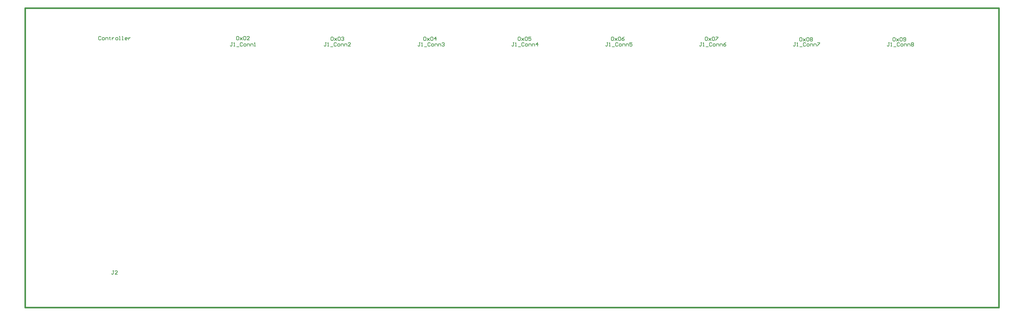
<source format=gto>
%FSTAX23Y23*%
%MOIN*%
%SFA1B1*%

%IPPOS*%
%ADD12C,0.009843*%
%ADD13C,0.027559*%
%LNbackplane-1*%
%LPD*%
G54D12*
X05362Y06605D02*
X05342D01*
X05353*
Y06555*
X05342Y06544*
X05333*
X05322Y06555*
X05383Y06544D02*
X05403D01*
X05392*
Y06605*
X05383Y06594*
X05433Y06535D02*
X05472D01*
X05533Y06594D02*
X05522Y06605D01*
X05502*
X05492Y06594*
Y06555*
X05502Y06544*
X05522*
X05533Y06555*
X05562Y06544D02*
X05583D01*
X05592Y06555*
Y06574*
X05583Y06585*
X05562*
X05552Y06574*
Y06555*
X05562Y06544*
X05612D02*
Y06585D01*
X05642*
X05652Y06574*
Y06544*
X05672D02*
Y06585D01*
X05702*
X05712Y06574*
Y06544*
X05732D02*
X05752D01*
X05742*
Y06605*
X05732Y06594*
X0334Y02709D02*
X0332D01*
X03329*
Y02659*
X0332Y0265*
X03309*
X033Y02659*
X034Y0265D02*
X03359D01*
X034Y0269*
Y027*
X0339Y02709*
X0337*
X03359Y027*
X06962Y06605D02*
X06942D01*
X06953*
Y06555*
X06942Y06544*
X06933*
X06922Y06555*
X06983Y06544D02*
X07003D01*
X06992*
Y06605*
X06983Y06594*
X07033Y06535D02*
X07072D01*
X07133Y06594D02*
X07122Y06605D01*
X07102*
X07092Y06594*
Y06555*
X07102Y06544*
X07122*
X07133Y06555*
X07162Y06544D02*
X07183D01*
X07192Y06555*
Y06574*
X07183Y06585*
X07162*
X07152Y06574*
Y06555*
X07162Y06544*
X07212D02*
Y06585D01*
X07242*
X07252Y06574*
Y06544*
X07272D02*
Y06585D01*
X07302*
X07312Y06574*
Y06544*
X07372D02*
X07332D01*
X07372Y06585*
Y06594*
X07362Y06605*
X07342*
X07332Y06594*
X08562Y06605D02*
X08542D01*
X08553*
Y06555*
X08542Y06544*
X08533*
X08522Y06555*
X08583Y06544D02*
X08603D01*
X08592*
Y06605*
X08583Y06594*
X08633Y06535D02*
X08672D01*
X08733Y06594D02*
X08722Y06605D01*
X08702*
X08692Y06594*
Y06555*
X08702Y06544*
X08722*
X08733Y06555*
X08762Y06544D02*
X08783D01*
X08792Y06555*
Y06574*
X08783Y06585*
X08762*
X08752Y06574*
Y06555*
X08762Y06544*
X08812D02*
Y06585D01*
X08842*
X08852Y06574*
Y06544*
X08872D02*
Y06585D01*
X08902*
X08912Y06574*
Y06544*
X08932Y06594D02*
X08942Y06605D01*
X08962*
X08972Y06594*
Y06585*
X08962Y06574*
X08952*
X08962*
X08972Y06564*
Y06555*
X08962Y06544*
X08942*
X08932Y06555*
X10162Y06605D02*
X10142D01*
X10153*
Y06555*
X10142Y06544*
X10133*
X10122Y06555*
X10183Y06544D02*
X10203D01*
X10192*
Y06605*
X10183Y06594*
X10233Y06535D02*
X10272D01*
X10333Y06594D02*
X10322Y06605D01*
X10302*
X10292Y06594*
Y06555*
X10302Y06544*
X10322*
X10333Y06555*
X10362Y06544D02*
X10383D01*
X10392Y06555*
Y06574*
X10383Y06585*
X10362*
X10352Y06574*
Y06555*
X10362Y06544*
X10412D02*
Y06585D01*
X10442*
X10452Y06574*
Y06544*
X10472D02*
Y06585D01*
X10502*
X10512Y06574*
Y06544*
X10562D02*
Y06605D01*
X10532Y06574*
X10572*
X11762Y06605D02*
X11742D01*
X11753*
Y06555*
X11742Y06544*
X11733*
X11722Y06555*
X11783Y06544D02*
X11803D01*
X11792*
Y06605*
X11783Y06594*
X11833Y06535D02*
X11872D01*
X11933Y06594D02*
X11922Y06605D01*
X11902*
X11892Y06594*
Y06555*
X11902Y06544*
X11922*
X11933Y06555*
X11962Y06544D02*
X11983D01*
X11992Y06555*
Y06574*
X11983Y06585*
X11962*
X11952Y06574*
Y06555*
X11962Y06544*
X12012D02*
Y06585D01*
X12042*
X12052Y06574*
Y06544*
X12072D02*
Y06585D01*
X12102*
X12112Y06574*
Y06544*
X12172Y06605D02*
X12132D01*
Y06574*
X12152Y06585*
X12162*
X12172Y06574*
Y06555*
X12162Y06544*
X12142*
X12132Y06555*
X13362Y06605D02*
X13342D01*
X13353*
Y06555*
X13342Y06544*
X13333*
X13322Y06555*
X13383Y06544D02*
X13403D01*
X13392*
Y06605*
X13383Y06594*
X13433Y06535D02*
X13472D01*
X13533Y06594D02*
X13522Y06605D01*
X13502*
X13492Y06594*
Y06555*
X13502Y06544*
X13522*
X13533Y06555*
X13562Y06544D02*
X13583D01*
X13592Y06555*
Y06574*
X13583Y06585*
X13562*
X13552Y06574*
Y06555*
X13562Y06544*
X13612D02*
Y06585D01*
X13642*
X13652Y06574*
Y06544*
X13672D02*
Y06585D01*
X13702*
X13712Y06574*
Y06544*
X13772Y06605D02*
X13752Y06594D01*
X13732Y06574*
Y06555*
X13742Y06544*
X13762*
X13772Y06555*
Y06564*
X13762Y06574*
X13732*
X14962Y06605D02*
X14942D01*
X14953*
Y06555*
X14942Y06544*
X14933*
X14922Y06555*
X14983Y06544D02*
X15003D01*
X14992*
Y06605*
X14983Y06594*
X15033Y06535D02*
X15072D01*
X15133Y06594D02*
X15122Y06605D01*
X15102*
X15092Y06594*
Y06555*
X15102Y06544*
X15122*
X15133Y06555*
X15162Y06544D02*
X15183D01*
X15192Y06555*
Y06574*
X15183Y06585*
X15162*
X15152Y06574*
Y06555*
X15162Y06544*
X15212D02*
Y06585D01*
X15242*
X15252Y06574*
Y06544*
X15272D02*
Y06585D01*
X15302*
X15312Y06574*
Y06544*
X15332Y06605D02*
X15372D01*
Y06594*
X15332Y06555*
Y06544*
X16562Y06605D02*
X16542D01*
X16553*
Y06555*
X16542Y06544*
X16533*
X16522Y06555*
X16583Y06544D02*
X16603D01*
X16592*
Y06605*
X16583Y06594*
X16633Y06535D02*
X16672D01*
X16733Y06594D02*
X16722Y06605D01*
X16702*
X16692Y06594*
Y06555*
X16702Y06544*
X16722*
X16733Y06555*
X16762Y06544D02*
X16783D01*
X16792Y06555*
Y06574*
X16783Y06585*
X16762*
X16752Y06574*
Y06555*
X16762Y06544*
X16812D02*
Y06585D01*
X16842*
X16852Y06574*
Y06544*
X16872D02*
Y06585D01*
X16902*
X16912Y06574*
Y06544*
X16932Y06594D02*
X16942Y06605D01*
X16962*
X16972Y06594*
Y06585*
X16962Y06574*
X16972Y06564*
Y06555*
X16962Y06544*
X16942*
X16932Y06555*
Y06564*
X16942Y06574*
X16932Y06585*
Y06594*
X16942Y06574D02*
X16962D01*
X0312Y067D02*
X03109Y06709D01*
X0309*
X03079Y067*
Y06659*
X0309Y0665*
X03109*
X0312Y06659*
X0315Y0665D02*
X0317D01*
X03179Y06659*
Y06679*
X0317Y0669*
X0315*
X0314Y06679*
Y06659*
X0315Y0665*
X032D02*
Y0669D01*
X03229*
X03239Y06679*
Y0665*
X0327Y067D02*
Y0669D01*
X03259*
X03279*
X0327*
Y06659*
X03279Y0665*
X03309Y0669D02*
Y0665D01*
Y0667*
X0332Y06679*
X03329Y0669*
X03339*
X03379Y0665D02*
X034D01*
X03409Y06659*
Y06679*
X034Y0669*
X03379*
X0337Y06679*
Y06659*
X03379Y0665*
X03429D02*
X0345D01*
X03439*
Y06709*
X03429*
X03479Y0665D02*
X035D01*
X03489*
Y06709*
X03479*
X03559Y0665D02*
X03539D01*
X03529Y06659*
Y06679*
X03539Y0669*
X03559*
X03569Y06679*
Y0667*
X03529*
X03589Y0669D02*
Y0665D01*
Y0667*
X036Y06679*
X03609Y0669*
X03619*
X1662Y0668D02*
X16629Y0669D01*
X1665*
X16659Y0668*
Y0664*
X1665Y0663*
X16629*
X1662Y0664*
Y0668*
X16679Y0667D02*
X1672Y0663D01*
X167Y0665*
X1672Y0667*
X16679Y0663*
X1674Y0668D02*
X1675Y0669D01*
X1677*
X16779Y0668*
Y0664*
X1677Y0663*
X1675*
X1674Y0664*
Y0668*
X168Y0664D02*
X16809Y0663D01*
X16829*
X16839Y0664*
Y0668*
X16829Y0669*
X16809*
X168Y0668*
Y0667*
X16809Y0666*
X16839*
X15029Y0668D02*
X1504Y0669D01*
X15059*
X1507Y0668*
Y0664*
X15059Y0663*
X1504*
X15029Y0664*
Y0668*
X1509Y0667D02*
X15129Y0663D01*
X15109Y0665*
X15129Y0667*
X1509Y0663*
X1515Y0668D02*
X15159Y0669D01*
X15179*
X15189Y0668*
Y0664*
X15179Y0663*
X15159*
X1515Y0664*
Y0668*
X15209D02*
X1522Y0669D01*
X15239*
X1525Y0668*
Y0667*
X15239Y0666*
X1525Y0665*
Y0664*
X15239Y0663*
X1522*
X15209Y0664*
Y0665*
X1522Y0666*
X15209Y0667*
Y0668*
X1522Y0666D02*
X15239D01*
X1342Y0669D02*
X13429Y067D01*
X1345*
X13459Y0669*
Y0665*
X1345Y0664*
X13429*
X1342Y0665*
Y0669*
X13479Y0668D02*
X1352Y0664D01*
X135Y0666*
X1352Y0668*
X13479Y0664*
X1354Y0669D02*
X1355Y067D01*
X1357*
X13579Y0669*
Y0665*
X1357Y0664*
X1355*
X1354Y0665*
Y0669*
X136Y067D02*
X13639D01*
Y0669*
X136Y0665*
Y0664*
X1182Y0669D02*
X11829Y067D01*
X1185*
X11859Y0669*
Y0665*
X1185Y0664*
X11829*
X1182Y0665*
Y0669*
X11879Y0668D02*
X1192Y0664D01*
X119Y0666*
X1192Y0668*
X11879Y0664*
X1194Y0669D02*
X1195Y067D01*
X1197*
X11979Y0669*
Y0665*
X1197Y0664*
X1195*
X1194Y0665*
Y0669*
X12039Y067D02*
X1202Y0669D01*
X12Y0667*
Y0665*
X12009Y0664*
X12029*
X12039Y0665*
Y0666*
X12029Y0667*
X12*
X10229Y0669D02*
X1024Y067D01*
X10259*
X1027Y0669*
Y0665*
X10259Y0664*
X1024*
X10229Y0665*
Y0669*
X1029Y0668D02*
X10329Y0664D01*
X10309Y0666*
X10329Y0668*
X1029Y0664*
X1035Y0669D02*
X10359Y067D01*
X10379*
X10389Y0669*
Y0665*
X10379Y0664*
X10359*
X1035Y0665*
Y0669*
X1045Y067D02*
X10409D01*
Y0667*
X10429Y0668*
X10439*
X1045Y0667*
Y0665*
X10439Y0664*
X1042*
X10409Y0665*
X0862Y0669D02*
X08629Y067D01*
X0865*
X08659Y0669*
Y0665*
X0865Y0664*
X08629*
X0862Y0665*
Y0669*
X08679Y0668D02*
X0872Y0664D01*
X087Y0666*
X0872Y0668*
X08679Y0664*
X0874Y0669D02*
X0875Y067D01*
X0877*
X08779Y0669*
Y0665*
X0877Y0664*
X0875*
X0874Y0665*
Y0669*
X08829Y0664D02*
Y067D01*
X088Y0667*
X08839*
X0704Y0669D02*
X0705Y067D01*
X0707*
X07079Y0669*
Y0665*
X0707Y0664*
X0705*
X0704Y0665*
Y0669*
X071Y0668D02*
X0714Y0664D01*
X0712Y0666*
X0714Y0668*
X071Y0664*
X07159Y0669D02*
X0717Y067D01*
X07189*
X072Y0669*
Y0665*
X07189Y0664*
X0717*
X07159Y0665*
Y0669*
X0722D02*
X07229Y067D01*
X0725*
X07259Y0669*
Y0668*
X0725Y0667*
X07239*
X0725*
X07259Y0666*
Y0665*
X0725Y0664*
X07229*
X0722Y0665*
X05429Y067D02*
X0544Y0671D01*
X05459*
X0547Y067*
Y0666*
X05459Y0665*
X0544*
X05429Y0666*
Y067*
X0549Y0669D02*
X05529Y0665D01*
X05509Y0667*
X05529Y0669*
X0549Y0665*
X0555Y067D02*
X05559Y0671D01*
X05579*
X05589Y067*
Y0666*
X05579Y0665*
X05559*
X0555Y0666*
Y067*
X0565Y0665D02*
X05609D01*
X0565Y0669*
Y067*
X05639Y0671*
X0562*
X05609Y067*
G54D13*
X01829Y0719D02*
Y02079D01*
Y0719D02*
X18429D01*
Y02079D02*
Y0719D01*
X01829Y02079D02*
X18429D01*
M02*
</source>
